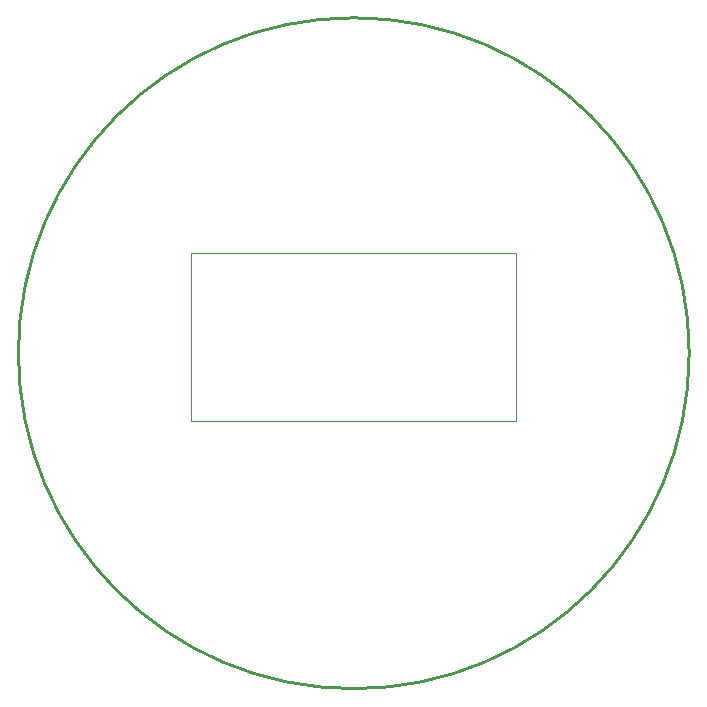
<source format=gm1>
%FSLAX24Y24*%
%MOIN*%
G70*
G01*
G75*
G04 Layer_Color=16711935*
%ADD10R,0.0276X0.0354*%
%ADD11P,0.0445X4X112.5*%
%ADD12R,0.0354X0.0315*%
%ADD13R,0.0315X0.0354*%
%ADD14R,0.0354X0.0276*%
%ADD15P,0.0445X4X67.5*%
%ADD16P,0.0445X4X382.5*%
%ADD17P,0.0445X4X157.5*%
%ADD18R,0.0250X0.0098*%
%ADD19C,0.0079*%
%ADD20C,0.0004*%
%ADD21C,0.0472*%
%ADD22C,0.0600*%
%ADD23C,0.0236*%
%ADD24R,0.0356X0.0434*%
%ADD25P,0.0559X4X112.5*%
%ADD26R,0.0434X0.0395*%
%ADD27R,0.0395X0.0434*%
%ADD28R,0.0434X0.0356*%
%ADD29P,0.0559X4X67.5*%
%ADD30P,0.0559X4X382.5*%
%ADD31P,0.0559X4X157.5*%
%ADD32R,0.0330X0.0178*%
%ADD33C,0.0552*%
%ADD34C,0.0680*%
%ADD35C,0.0316*%
%ADD36C,0.0100*%
%ADD37C,0.0039*%
D36*
X11181Y0D02*
G03*
X11181Y0I-11181J0D01*
G01*
D37*
X-5433Y-2244D02*
Y3346D01*
Y-2244D02*
X5394D01*
Y3346D01*
X-5433D02*
X5394D01*
M02*

</source>
